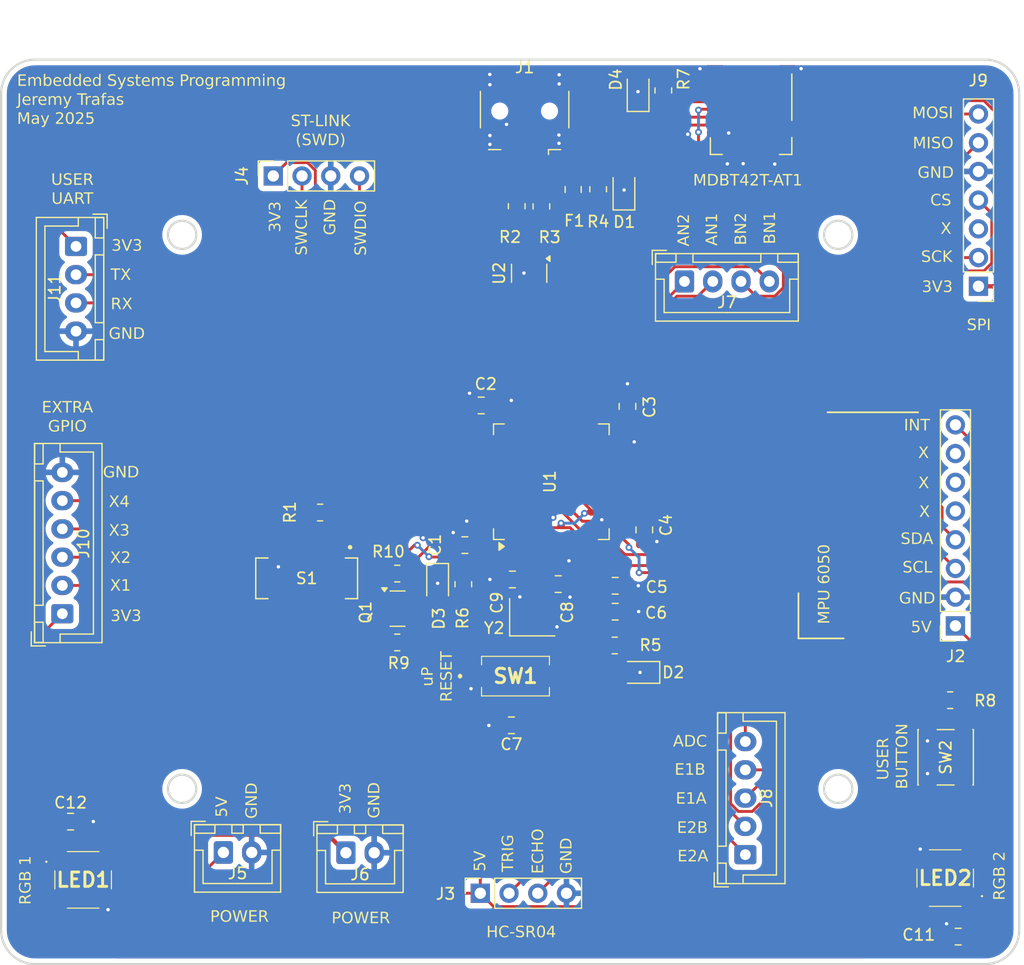
<source format=kicad_pcb>
(kicad_pcb (version 20241229) (generator "pcbnew") (generator_version "9.0")
  (layers (0 "F.Cu" signal) (2 "B.Cu" signal) (13 "F.Paste" user) (15 "B.Paste" user) (5 "F.SilkS" user "F.Silkscreen") (7 "B.SilkS" user "B.Silkscreen") (1 "F.Mask" user) (3 "B.Mask" user) (25 "Edge.Cuts" user))
  (net 0 "")
  (net 2 "/PS2_SCK")
  (net 3 "/PS2_MISO")
  (net 5 "/PS2_CS")
  (net 6 "/PS2_MOSI")
  (net 7 "Net-(U1-PA1)")
  (net 9 "/X4")
  (net 10 "/X3")
  (net 11 "/X1")
  (net 12 "/X2")
  (net 13 "/USER_TX")
  (net 16 "/USER_RX")
  (net 21 "/RESET")
  (net 28 "+3V3")
  (net 29 "GND")
  (net 33 "Net-(R1-Pad2)")
  (net 34 "/BOOT")
  (net 35 "/OSC_OUT")
  (net 36 "/OSC_IN")
  (net 37 "Net-(D1-A)")
  (net 39 "/D+")
  (net 40 "/D-")
  (net 41 "Net-(J1-VBUS)")
  (net 42 "/USB_CONN_D+")
  (net 43 "/USB_CONN_D-")
  (net 44 "Vusb")
  (net 45 "/USB_D+")
  (net 46 "/USB_D-")
  (net 47 "Net-(D2-A)")
  (net 48 "Net-(D3-A)")
  (net 49 "/USER_LED")
  (net 51 "+5V")
  (net 52 "/IMU_INT")
  (net 54 "/IMU_I2C_SCL")
  (net 56 "/IMU_I2C_SDA")
  (net 65 "Net-(D4-A)")
  (net 66 "/BL_WAKEUP")
  (net 67 "/BL_RX")
  (net 68 "/BL_TX")
  (net 69 "Net-(MDBT42T-AT1-INDICATOR)")
  (net 70 "/ULTRA_TRIG")
  (net 71 "/ULTRA_ECHO")
  (net 72 "/SWCLK")
  (net 73 "/SWDIO")
  (net 74 "/uBUTTON")
  (net 75 "/BN1")
  (net 76 "/AN1")
  (net 77 "/AN2")
  (net 78 "/BN2")
  (net 79 "/E2A")
  (net 80 "/E2B")
  (net 81 "/E1A")
  (net 82 "/E1B")
  (net 83 "/PWR_ADC")
  (net 84 "Net-(LED1-DOUT)")
  (net 85 "Net-(LED1-DIN)")
  (net 87 "/RGB_DIN")
  (footprint "Resistor_SMD:R_0805_2012Metric_Pad1.20x1.40mm_HandSolder" (layer "F.Cu") (at 137.68 42.715 -90)
    (property "Reference" "R2")
    (property "Value" "22")
  )
  (footprint "Package_QFP:LQFP-64_10x10mm_P0.5mm" (layer "F.Cu") (at 140.74 67.085 90)
    (property "Reference" "U1")
    (property "Value" "STM32F103RCTx")
  )
  (footprint "Resistor_SMD:R_0805_2012Metric_Pad1.20x1.40mm_HandSolder" (layer "F.Cu") (at 127.1175 81.3 180)
    (property "Reference" "R9")
    (property "Value" "10k")
  )
  (footprint "Resistor_SMD:R_0805_2012Metric_Pad1.20x1.40mm_HandSolder" (layer "F.Cu") (at 139.86 42.735 90)
    (property "Reference" "R3")
    (property "Value" "22")
  )
  (footprint "Capacitor_SMD:C_0805_2012Metric_Pad1.18x1.45mm_HandSolder" (layer "F.Cu") (at 98.2375 97.15)
    (property "Reference" "C12")
    (property "Value" "0.1uF")
  )
  (footprint "Connector_JST:JST_XH_B2B-XH-A_1x02_P2.50mm_Vertical" (layer "F.Cu") (at 122.58 99.9)
    (property "Reference" "J6")
    (property "Value" "CONN_3V3")
  )
  (footprint "Connector_PinHeader_2.54mm:PinHeader_1x07_P2.54mm_Vertical" (layer "F.Cu") (at 178.5 49.8 180)
    (property "Reference" "J9")
    (property "Value" "CONN_PS2")
  )
  (footprint "Connector_JST:JST_XH_B5B-XH-A_1x05_P2.50mm_Vertical" (layer "F.Cu") (at 157.89 100.07 90)
    (property "Reference" "J8")
    (property "Value" "CONN_HAL")
  )
  (footprint "Connector_PinSocket_2.54mm:PinSocket_1x08_P2.54mm_Vertical" (layer "F.Cu") (at 176.465 79.835 180)
    (property "Reference" "J2")
    (property "Value" "CONN_MPU6050")
  )
  (footprint "LED_SMD:LED_0805_2012Metric_Pad1.15x1.40mm_HandSolder" (layer "F.Cu") (at 148.41 32.475 90)
    (property "Reference" "D4")
    (property "Value" "BL_IND_LED")
  )
  (footprint "Package_TO_SOT_SMD:SOT-23" (layer "F.Cu") (at 127.1475 78.31)
    (property "Reference" "Q1")
    (property "Value" "BSS138")
  )
  (footprint "LED_SMD:LED_0805_2012Metric_Pad1.15x1.40mm_HandSolder" (layer "F.Cu") (at 130.69 76.18 -90)
    (property "Reference" "D3")
    (property "Value" "USER_LED")
  )
  (footprint "Resistor_SMD:R_0805_2012Metric_Pad1.20x1.40mm_HandSolder" (layer "F.Cu") (at 146.3475 81.57)
    (property "Reference" "R5")
    (property "Value" "10k")
  )
  (footprint "RGB_LED:INPI55TATPRPGPB" (layer "F.Cu") (at 99.35 102.3)
    (property "Reference" "LED1")
    (property "Value" "IN-PI55TATPRPGPB" (hide yes))
  )
  (footprint "Fuse:Fuse_0805_2012Metric_Pad1.15x1.40mm_HandSolder" (layer "F.Cu") (at 142.67 41.235 -90)
    (property "Reference" "F1")
    (property "Value" "PTCSMD")
  )
  (footprint "Capacitor_SMD:C_0805_2012Metric_Pad1.18x1.45mm_HandSolder" (layer "F.Cu") (at 137.3 75.73 180)
    (property "Reference" "C9")
    (property "Value" "22pF")
  )
  (footprint "Resistor_SMD:R_0805_2012Metric_Pad1.20x1.40mm_HandSolder" (layer "F.Cu") (at 127.1175 75.21 180)
    (property "Reference" "R10")
    (property "Value" "10k")
  )
  (footprint "Connector_PinSocket_2.54mm:PinSocket_1x04_P2.54mm_Vertical" (layer "F.Cu") (at 116.16 40.04 90)
    (property "Reference" "J4")
    (property "Value" "CONN_SWD")
  )
  (footprint "Resistor_SMD:R_0805_2012Metric_Pad1.20x1.40mm_HandSolder" (layer "F.Cu") (at 176 86.41)
    (property "Reference" "R8")
    (property "Value" "10k")
  )
  (footprint "Connector_JST:JST_XH_B4B-XH-A_1x04_P2.50mm_Vertical" (layer "F.Cu") (at 98.72 46.27 -90)
    (property "Reference" "J11")
    (property "Value" "CONN_UART")
  )
  (footprint "MDBT42T-AT:MDBT42T" (layer "F.Cu") (at 158.4 32.54)
    (property "Reference" "MDBT42T-AT1" (hide yes))
    (property "Value" "MDBT42T-AT" (hide yes))
  )
  (footprint "Capacitor_SMD:C_0805_2012Metric_Pad1.18x1.45mm_HandSolder" (layer "F.Cu") (at 134.54 60.34 180)
    (property "Reference" "C2")
    (property "Value" "0.1uF")
  )
  (footprint "Resistor_SMD:R_0805_2012Metric_Pad1.20x1.40mm_HandSolder" (layer "F.Cu") (at 132.96 76.15 -90)
    (property "Reference" "R6")
    (property "Value" "10k")
  )
  (footprint "Resistor_SMD:R_0805_2012Metric_Pad1.20x1.40mm_HandSolder" (layer "F.Cu") (at 150.64 32.475 90)
    (property "Reference" "R7")
    (property "Value" "10k")
  )
  (footprint "Capacitor_SMD:C_0805_2012Metric_Pad1.18x1.45mm_HandSolder" (layer "F.Cu") (at 148.96 71.34 -90)
    (property "Reference" "C4")
    (property "Value" "0.1uF")
  )
  (footprint "Package_TO_SOT_SMD:SOT-23-6" (layer "F.Cu") (at 138.78 48.6475 -90)
    (property "Reference" "U2")
    (property "Value" "USBLC6-2SC6")
  )
  (footprint "Capacitor_SMD:C_0805_2012Metric_Pad1.18x1.45mm_HandSolder" (layer "F.Cu") (at 146.39 76.29)
    (property "Reference" "C5")
    (property "Value" "0.1uF")
  )
  (footprint "Connector_PinSocket_2.54mm:PinSocket_1x04_P2.54mm_Vertical" (layer "F.Cu") (at 134.46 103.485 90)
    (property "Reference" "J3")
    (property "Value" "CONN_ULTRA")
  )
  (footprint "Connector_JST:JST_XH_B4B-XH-A_1x04_P2.50mm_Vertical" (layer "F.Cu") (at 152.51 49.37)
    (property "Reference" "J7")
    (property "Value" "CONN_DRIVE")
  )
  (footprint "Crystal:Crystal_SMD_Abracon_ABM8G-4Pin_3.2x2.5mm" (layer "F.Cu") (at 139.0525 79.07)
    (property "Reference" "Y2")
    (property "Value" "16MHz")
  )
  (footprint "SW_uP_Reset:SW_uP_Reset" (layer "F.Cu") (at 137.57 84.28)
    (property "Reference" "SW1")
    (property "Value" "SW_uP_Reset" (hide yes))
  )
  (footprint "Capacitor_SMD:C_0805_2012Metric_Pad1.18x1.45mm_HandSolder" (layer "F.Cu") (at 146.39 78.58)
    (property "Reference" "C6")
    (property "Value" "10uF")
  )
  (footprint "Connector_JST:JST_XH_B2B-XH-A_1x02_P2.50mm_Vertical" (layer "F.Cu") (at 111.75 99.875)
    (property "Reference" "J5")
    (property "Value" "CONN_5V")
  )
  (footprint "LED_SMD:LED_0805_2012Metric_Pad1.15x1.40mm_HandSolder" (layer "F.Cu") (at 148.4675 83.95 180)
    (property "Reference" "D2")
    (property "Value" "uP_PWR_LED")
  )
  (footprint "Capacitor_SMD:C_0805_2012Metric_Pad1.18x1.45mm_HandSolder" (layer "F.Cu") (at 133.1 72.69 180)
    (property "Reference" "C1")
    (property "Value" "0.1uF")
  )
  (footprint "RGB_LED:INPI55TATPRPGPB" (layer "F.Cu") (at 175.56 102.14 180)
    (property "Reference" "LED2")
    (property "Value" "IN-PI55TATPRPGPB" (hide yes))
  )
  (footprint "Capacitor_SMD:C_0805_2012Metric_Pad1.18x1.45mm_HandSolder" (layer "F.Cu") (at 141.35 76.14)
    (property "Reference" "C8")
    (property "Value" "22pF")
  )
  (footprint "Resistor_SMD:R_0805_2012Metric_Pad1.20x1.40mm_HandSolder" (layer "F.Cu") (at 120.3 69.81 180)
    (property "Reference" "R1")
    (property "Value" "10k")
  )
  (footprint "Connector_JST:JST_XH_B6B-XH-A_1x06_P2.50mm_Vertical" (layer "F.Cu") (at 97.51 78.76 90)
    (property "Reference" "J10")
    (property "Value" "CONN_TRACK")
  )
  (footprint "Capacitor_SMD:C_0805_2012Metric_Pad1.18x1.45mm_HandSolder" (layer "F.Cu") (at 147.47 60.42 90)
    (property "Reference" "C3")
    (property "Value" "0.1uF")
  )
  (footprint "Button_Switch_SMD:SW_SPST_PTS647_Sx50" (layer "F.Cu") (at 175.6 91.46 -90)
    (property "Reference" "SW2")
    (property "Value" "SW_USER")
  )
  (footprint "LED_SMD:LED_0805_2012Metric_Pad1.15x1.40mm_HandSolder" (layer "F.Cu") (at 147.16 41.185 90)
    (property "Reference" "D1")
    (property "Value" "USB_PWR_LED")
  )
  (footprint "SW_uP_Boot:SW_uP_Boot" (layer "F.Cu") (at 119.11 75.63 180)
    (property "Reference" "S1")
    (property "Value" "JS202011SCQN")
  )
  (footprint "Capacitor_SMD:C_0805_2012Metric_Pad1.18x1.45mm_HandSolder" (layer "F.Cu") (at 176.71 107.32 180)
    (property "Reference" "C11")
    (property "Value" "0.1uF")
  )
  (footprint "Connector_USB:USB_Mini-B_Lumberg_2486_01_Horizontal" (layer "F.Cu") (at 138.38 34.3 180)
    (property "Reference" "J1")
    (property "Value" "USB_B_Mini")
  )
  (footprint "Capacitor_SMD:C_0805_2012Metric_Pad1.18x1.45mm_HandSolder" (layer "F.Cu") (at 137.21 88.63 180)
    (property "Reference" "C7")
    (property "Value" "0.01uF")
  )
  (footprint "Resistor_SMD:R_0805_2012Metric_Pad1.20x1.40mm_HandSolder" (layer "F.Cu") (at 144.88 41.215 90)
    (property "Reference" "R4")
    (property "Value" "10k")
  )
  (gr_line (start 162.585 80.945) (end 166.585 80.945) (stroke (width 0.15)) (layer "F.SilkS"))
  (gr_line (start 162.585 80.945) (end 162.585 76.945) (stroke (width 0.15)) (layer "F.SilkS"))
  (gr_line (start 173.165 60.945) (end 165.165 60.945) (stroke (width 0.15)) (layer "F.SilkS"))
  (gr_arc (start 179.1 29.750001) (mid 181.22132 30.628681) (end 182.1 32.750001) (stroke (width 0.2)) (layer "Edge.Cuts"))
  (gr_arc (start 182.1 106.750001) (mid 181.22132 108.871321) (end 179.1 109.750001) (stroke (width 0.2)) (layer "Edge.Cuts"))
  (gr_line (start 179.1 29.750001) (end 95.100001 29.750001) (stroke (width 0.2)) (layer "Edge.Cuts"))
  (gr_circle (center 108.1 94.250001) (end 109.35 94.250001) (stroke (width 0.2)) (fill no) (layer "Edge.Cuts"))
  (gr_circle (center 108.1 45.250001) (end 109.35 45.250001) (stroke (width 0.2)) (fill no) (layer "Edge.Cuts"))
  (gr_line (start 179.1 109.750001) (end 95.100001 109.750001) (stroke (width 0.2)) (layer "Edge.Cuts"))
  (gr_arc (start 95.100001 109.750001) (mid 92.97868 108.871321) (end 92.1 106.75) (stroke (width 0.2)) (layer "Edge.Cuts"))
  (gr_arc (start 92.1 32.750002) (mid 92.97868 30.628681) (end 95.100001 29.750001) (stroke (width 0.2)) (layer "Edge.Cuts"))
  (gr_line (start 182.1 106.750001) (end 182.1 32.750001) (stroke (width 0.2)) (layer "Edge.Cuts"))
  (gr_circle (center 166.1 94.250001) (end 167.35 94.250001) (stroke (width 0.2)) (fill no) (layer "Edge.Cuts"))
  (gr_circle (center 166.1 45.250001) (end 167.35 45.250001) (stroke (width 0.2)) (fill no) (layer "Edge.Cuts"))
  (gr_line (start 92.1 106.75) (end 92.1 32.750002) (stroke (width 0.2)) (layer "Edge.Cuts"))
  (gr_text "5V" (at 111.65 95.84 90) (layer "F.SilkS") (effects (font (size 1 1))))
  (gr_text "X2" (at 102.65 73.85 0) (layer "F.SilkS") (effects (font (size 1 1))))
  (gr_text "ECHO" (at 139.6 99.77 90) (layer "F.SilkS") (effects (font (size 1 1))))
  (gr_text "E1B" (at 153 92.59 0) (layer "F.SilkS") (effects (font (size 1 1))))
  (gr_text "AN1" (at 154.98 44.77 90) (layer "F.SilkS") (effects (font (size 1 1))))
  (gr_text "X" (at 173.73 69.78 0) (layer "F.SilkS") (effects (font (size 1 1))))
  (gr_text "GND" (at 121.22 43.68 90) (layer "F.SilkS") (effects (font (size 1 1))))
  (gr_text "MOSI" (at 174.46 34.51 0) (layer "F.SilkS") (effects (font (size 1 1))))
  (gr_text "3V3" (at 103.22 46.24 0) (layer "F.SilkS") (effects (font (size 1 1))))
  (gr_text "E2A" (at 153.25 100.25 0) (layer "F.SilkS") (effects (font (size 1 1))))
  (gr_text "TX" (at 102.68 48.82 0) (layer "F.SilkS") (effects (font (size 1 1))))
  (gr_text "GND" (at 103.21 54.03 0) (layer "F.SilkS") (effects (font (size 1 1))))
  (gr_text "HC-SR04" (at 138.08 106.96 0) (layer "F.SilkS") (effects (font (size 1 1))))
  (gr_text "3V3" (at 116.37 43.65 90) (layer "F.SilkS") (effects (font (size 1 1))))
  (gr_text "E1A" (at 153.1 95.15 0) (layer "F.SilkS") (effects (font (size 1 1))))
  (gr_text "X" (at 175.63 44.74 0) (layer "F.SilkS") (effects (font (size 1 1))))
  (gr_text "RX" (at 102.75 51.41 0) (layer "F.SilkS") (effects (font (size 1 1))))
  (gr_text "X4" (at 102.54 68.9 0) (layer "F.SilkS") (effects (font (size 1 1))))
  (gr_text "SCL" (at 173.1 74.7 0) (layer "F.SilkS") (effects (font (size 1 1))))
  (gr_text "SDA" (at 173.06 72.18 0) (layer "F.SilkS") (effects (font (size 1 1))))
  (gr_text "POWER" (at 123.9 105.72 0) (layer "F.SilkS") (effects (font (size 1 1))))
  (gr_text "GND" (at 125.12 95.26 90) (layer "F.SilkS") (effects (font (size 1 1))))
  (gr_text "3V3" (at 174.86 49.89 0) (layer "F.SilkS") (effects (font (size 1 1))))
  (gr_text "GND" (at 114.29 95.3 90) (layer "F.SilkS") (effects (font (size 1 1))))
  (gr_text "3V3" (at 103.14 79 0) (layer "F.SilkS") (effects (font (size 1 1))))
  (gr_text "MPU 6050" (at 165.485 79.685 90) (layer "F.SilkS") (effects (font (size 1 1)) (justify left bottom)))
  (gr_text "ADC" (at 153 90.09 0) (layer "F.SilkS") (effects (font (size 1 1))))
  (gr_text "uP \nRESET " (at 130.68 84.1 90) (layer "F.SilkS") (effects (font (size 1 1))))
  (gr_text "RGB 1" (at 94.29 102.33 90) (layer "F.SilkS") (effects (font (size 1 1))))
  (gr_text "5V" (at 173.45 79.99 0) (layer "F.SilkS") (effects (font (size 1 1))))
  (gr_text "INT" (at 173.06 62.13 0) (layer "F.SilkS") (effects (font (size 1 1))))
  (gr_text "SWDIO" (at 123.94 44.66 90) (layer "F.SilkS") (effects (font (size 1 1))))
  (gr_text "GND" (at 173.08 77.44 0) (layer "F.SilkS") (effects (font (size 1 1))))
  (gr_text "3V3" (at 122.58 95.11 90) (layer "F.SilkS") (effects (font (size 1 1))))
  (gr_text "SCK" (at 174.81 47.23 0) (layer "F.SilkS") (effects (font (size 1 1))))
  (gr_text "USER\nUART" (at 98.4 41.25 0) (layer "F.SilkS") (effects (font (size 1 1))))
  (gr_text "TRIG" (at 136.95 99.95 90) (layer "F.SilkS") (effects (font (size 1 1))))
  (gr_text "EXTRA\nGPIO" (at 97.96 61.39 0) (layer "F.SilkS") (effects (font (size 1 1))))
  (gr_text "GND\n" (at 174.72 39.79 0) (layer "F.SilkS") (effects (font (size 1 1))))
  (gr_text "GND" (at 102.7 66.29 0) (layer "F.SilkS") (effects (font (size 1 1))))
  (gr_text "X3" (at 102.54 71.44 0) (layer "F.SilkS") (effects (font (size 1 1))))
  (gr_text "X1" (at 102.65 76.31 0) (layer "F.SilkS") (effects (font (size 1 1))))
  (gr_text "X" (at 173.66 67.24 0) (layer "F.SilkS") (effects (font (size 1 1))))
  (gr_text "CS" (at 175.17 42.23 0) (layer "F.SilkS") (effects (font (size 1 1))))
  (gr_text "USER \nBUTTON" (at 170.95 91.37 90) (layer "F.SilkS") (effects (font (size 1 1))))
  (gr_text "BN1" (at 160.1 44.63 90) (layer "F.SilkS") (effects (font (size 1 1))))
  (gr_text "MISO" (at 174.49 37.18 0) (layer "F.SilkS") (effects (font (size 1 1))))
  (gr_text "X" (at 173.64 64.57 0) (layer "F.SilkS") (effects (font (size 1 1))))
  (gr_text "SPI" (at 178.54 53.26 0) (layer "F.SilkS") (effects (font (size 1 1))))
  (gr_text "MDBT42T-AT1" (at 158.1 40.47 0) (layer "F.SilkS") (effects (font (size 1 1))))
  (gr_text "GND" (at 142.11 100.17 90) (layer "F.SilkS") (effects (font (size 1 1))))
  (gr_text "AN2" (at 152.49 44.83 90) (layer "F.SilkS") (effects (font (size 1 1))))
  (gr_text "Embedded Systems Programming\nJeremy Trafas\nMay 2025" (at 93.5 35.6 0) (layer "F.SilkS") (effects (font (size 1 1) (thickness 0.1)) (justify left bottom)))
  (gr_text "SWCLK" (at 118.71 44.6 90) (layer "F.SilkS") (effects (font (size 1 1))))
  (gr_text "ST-LINK\n(SWD)" (at 120.34 36.06 0) (layer "F.SilkS") (effects (font (size 1 1))))
  (gr_text "5V" (at 134.48 100.64 90) (layer "F.SilkS") (effects (font (size 1 1))))
  (gr_text "POWER" (at 113.17 105.59 0) (layer "F.SilkS") (effects (font (size 1 1))))
  (gr_text "RGB 2" (at 180.4 101.94 90) (layer "F.SilkS") (effects (font (size 1 1))))
  (gr_text "E2B" (at 153.21 97.73 0) (layer "F.SilkS") (effects (font (size 1 1))))
  (gr_text "BN2" (at 157.54 44.72 90) (layer "F.SilkS") (effects (font (size 1 1))))
  (segment (start 143.99 60.463872) (end 152.293872 52.16) (width 0.254) (layer "F.Cu") (net 2))
  (segment (start 143.99 61.41) (end 143.99 60.463872) (width 0.254) (layer "F.Cu") (net 2))
  (segment (start 169.5 47.25) (end 169.51 47.26) (width 0.254) (layer "F.Cu") (net 2))
  (segment (start 164.59 52.16) (end 169.5 47.25) (width 0.254) (layer "F.Cu") (net 2))
  (segment (start 169.51 47.26) (end 178.5 47.26) (width 0.254) (layer "F.Cu") (net 2))
  (segment (start 152.293872 52.16) (end 164.59 52.16) (width 0.254) (layer "F.Cu") (net 2))
  (segment (start 163.895 51.705) (end 178.5 37.1) (width 0.254) (layer "F.Cu") (net 3))
  (segment (start 143.49 60.320404) (end 152.105404 51.705) (width 0.254) (layer "F.Cu") (net 3))
  (segment (start 152.105404 51.705) (end 163.895 51.705) (width 0.254) (layer "F.Cu") (net 3))
  (segment (start 143.49 61.41) (end 143.49 60.320404) (width 0.254) (layer "F.Cu") (net 3))
  (segment (start 179.678 47.747944) (end 178.987944 48.438) (width 0.254) (layer "F.Cu") (net 5))
  (segment (start 164.527944 60.542) (end 145.358 60.542) (width 0.254) (layer "F.Cu") (net 5))
  (segment (start 176.631944 48.438) (end 164.527944 60.542) (width 0.254) (layer "F.Cu") (net 5))
  (segment (start 178.987944 48.438) (end 176.631944 48.438) (width 0.254) (layer "F.Cu") (net 5))
  (segment (start 178.5 42.18) (end 179.678 43.358) (width 0.254) (layer "F.Cu") (net 5))
  (segment (start 145.358 60.542) (end 144.49 61.41) (width 0.254) (layer "F.Cu") (net 5))
  (segment (start 179.678 43.358) (end 179.678 47.747944) (width 0.254) (layer "F.Cu") (net 5))
  (segment (start 173.75 34.5) (end 173.81 34.56) (width 0.254) (layer "F.Cu") (net 6))
  (segment (start 170.25 43.755895) (end 170.25 36.5) (width 0.254) (layer "F.Cu") (net 6))
  (segment (start 142.99 61.41) (end 142.99 60.176936) (width 0.254) (layer "F.Cu") (net 6))
  (segment (start 173.81 34.56) (end 178.5 34.56) (width 0.254) (layer "F.Cu") (net 6))
  (segment (start 170.25 36.5) (end 172.25 34.5) (width 0.254) (layer "F.Cu") (net 6))
  (segment (start 172.25 34.5) (end 173.75 34.5) (width 0.254) (layer "F.Cu") (net 6))
  (segment (start 142.99 60.176936) (end 151.916936 51.25) (width 0.254) (layer "F.Cu") (net 6))
  (segment (start 151.916936 51.25) (end 162.755895 51.25) (width 0.254) (layer "F.Cu") (net 6))
  (segment (start 162.755895 51.25) (end 170.25 43.755895) (width 0.254) (layer "F.Cu") (net 6))
  (segment (start 143.99 72.76) (end 144.49 72.76) (width 0.254) (layer "F.Cu") (net 7))
  (segment (start 107.49 68.76) (end 110.915 65.335) (width 0.254) (layer "F.Cu") (net 9))
  (segment (start 110.915 65.335) (end 135.065 65.335) (width 0.254) (layer "F.Cu") (net 9))
  (segment (start 97.51 68.76) (end 107.49 68.76) (width 0.254) (layer "F.Cu") (net 9))
  (segment (start 112.974999 66.025) (end 107.74 71.26) (width 0.254) (layer "F.Cu") (net 10))
  (segment (start 113.165 65.835) (end 112.974999 66.025) (width 0.254) (layer "F.Cu") (net 10))
  (segment (start 113.164999 65.835) (end 135.065 65.835) (width 0.254) (layer "F.Cu") (net 10))
  (segment (start 107.74 71.26) (end 97.51 71.26) (width 0.254) (layer "F.Cu") (net 10))
  (segment (start 112.974999 66.025) (end 113.164999 65.835) (width 0.254) (layer "F.Cu") (net 10))
  (segment (start 108.49 76.26) (end 97.51 76.26) (width 0.254) (layer "F.Cu") (net 11))
  (segment (start 131.1 68.150001) (end 132.415001 66.835) (width 0.254) (layer "F.Cu") (net 11))
  (segment (start 108.49 76.26) (end 116.599999 68.150001) (width 0.254) (layer "F.Cu") (net 11))
  (segment (start 132.415001 66.835) (end 135.065 66.835) (width 0.254) (layer "F.Cu") (net 11))
  (segment (start 116.599999 68.150001) (end 131.1 68.150001) (width 0.254) (layer "F.Cu") (net 11))
  (segment (start 114.149999 67.350001) (end 123.4 67.350001) (width 0.254) (layer "F.Cu") (net 12))
  (segment (start 107.74 73.76) (end 97.51 73.76) (width 0.254) (layer "F.Cu") (net 12))
  (segment (start 107.74 73.76) (end 114.149999 67.350001) (width 0.254) (layer "F.Cu") (net 12))
  (segment (start 124.415001 66.335) (end 135.065 66.335) (width 0.254) (layer "F.Cu") (net 12))
  (segment (start 123.4 67.350001) (end 124.415001 66.335) (width 0.254) (layer "F.Cu") (net 12))
  (segment (start 117.019999 48.77) (end 132.584999 64.335) (width 0.254) (layer "F.Cu") (net 13))
  (segment (start 132.584999 64.335) (end 135.065 64.335) (width 0.254) (layer "F.Cu") (net 13))
  (segment (start 98.72 48.77) (end 117.019999 48.77) (width 0.254) (layer "F.Cu") (net 13))
  (segment (start 116.819999 51.27) (end 130.384999 64.835) (width 0.254) (layer "F.Cu") (net 16))
  (segment (start 98.72 51.27) (end 116.819999 51.27) (width 0.254) (layer "F.Cu") (net 16))
  (segment (start 130.384999 64.835) (end 135.065 64.835) (width 0.254) (layer "F.Cu") (net 16))
  (segment (start 98.72 51.47) (end 98.72 51.27) (width 0.254) (layer "F.Cu") (net 16))
  (segment (start 141.980936 83.219064) (end 141.980936 77.769063) (width 0.254) (layer "F.Cu") (net 21))
  (segment (start 139.99 73.607008) (end 139.99 72.76) (width 0.254) (layer "F.Cu") (net 21))
  (segment (start 141.228 74.845008) (end 139.99 73.607008) (width 0.254) (layer "F.Cu") (net 21))
  (segment (start 141.980936 77.769063) (end 141.228 77.016127) (width 0.254) (layer "F.Cu") (net 21))
  (segment (start 141.228 77.016127) (end 141.228 74.845008) (width 0.254) (layer "F.Cu") (net 21))
  (segment (start 138.2475 88.63) (end 138.2475 86.9525) (width 0.254) (layer "F.Cu") (net 21))
  (segment (start 138.2475 86.9525) (end 140.92 84.28) (width 0.254) (layer "F.Cu") (net 21))
  (segment (start 140.92 84.28) (end 141.980936 83.219064) (width 0.254) (layer "F.Cu") (net 21))
  (segment (start 141.595001 66.950001) (end 144.247501 69.6025) (width 0.254) (layer "F.Cu") (net 28))
  (segment (start 157.277056 96.248) (end 156.587 95.557944) (width 0.254) (layer "F.Cu") (net 28))
  (segment (start 147.295 63.335) (end 147.47 63.16) (width 0.254) (layer "F.Cu") (net 28))
  (segment (start 180.133 34.527055) (end 180.077973 34.472028) (width 0.254) (layer "F.Cu") (net 28))
  (segment (start 114.7 76.8) (end 117.69 76.8) (width 0.254) (layer "F.Cu") (net 28))
  (segment (start 136.6 71.750001) (end 137.2 71.150001) (width 0.254) (layer "F.Cu") (net 28))
  (segment (start 133.78 71.21) (end 133.78 72.3325) (width 0.254) (layer "F.Cu") (net 28))
  (segment (start 128.9 72.7) (end 128.6275 72.7) (width 0.254) (layer "F.Cu") (net 28))
  (segment (start 141.8 71.150001) (end 141.8 70.950001) (width 0.254) (layer "F.Cu") (net 28))
  (segment (start 96.45 44.600001) (end 97.050001 44.600001) (width 0.254) (layer "F.Cu") (net 28))
  (segment (start 144.2 69.950001) (end 144.364999 69.950001) (width 0.254) (layer "F.Cu") (net 28))
  (segment (start 145.3525 78.58) (end 145.3525 76.29) (width 0.508) (layer "F.Cu") (net 28))
  (segment (start 96 80.27) (end 97.51 78.76) (width 0.254) (layer "F.Cu") (net 28))
  (segment (start 135.6475 60.27) (end 135.5775 60.34) (width 0.254) (layer "F.Cu") (net 28))
  (segment (start 148.4925 69.835) (end 148.96 70.3025) (width 0.254) (layer "F.Cu") (net 28))
  (segment (start 146.415 69.835) (end 145.38 69.835) (width 0.254) (layer "F.Cu") (net 28))
  (segment (start 141.8 70.950001) (end 141.6 70.750001) (width 0.254) (layer "F.Cu") (net 28))
  (segment (start 107.02 98.3) (end 120.98 98.3) (width 0.381) (layer "F.Cu") (net 28))
  (segment (start 110.75 80.75) (end 114.7 76.8) (width 0.254) (layer "F.Cu") (net 28))
  (segment (start 94.9 46.150001) (end 96.45 44.600001) (width 0.254) (layer "F.Cu") (net 28))
  (segment (start 147.47 63.16) (end 147.47 61.4575) (width 0.254) (layer "F.Cu") (net 28))
  (segment (start 117.338 38.862) (end 116.16 40.04) (width 0.254) (layer "F.Cu") (net 28))
  (segment (start 94.9 79.350001) (end 94.9 46.150001) (width 0.254) (layer "F.Cu") (net 28))
  (segment (start 170.492501 61.4575) (end 180.133 51.817001) (width 0.254) (layer "F.Cu") (net 28))
  (segment (start 144.171622 69.878379) (end 144.347501 69.7025) (width 0.254) (layer "F.Cu") (net 28))
  (segment (start 144.247501 69.6025) (end 144.347501 69.7025) (width 0.254) (layer "F.Cu") (net 28))
  (segment (start 133.0845 73.743) (end 129.943 73.743) (width 0.254) (layer "F.Cu") (net 28))
  (segment (start 119.878 39.552056) (end 119.187944 38.862) (width 0.254) (layer "F.Cu") (net 28))
  (segment (start 142.99 71.740001) (end 142.99 72.76) (width 0.254) (layer "F.Cu") (net 28))
  (segment (start 121.61 72.88) (end 123.7875 72.88) (width 0.254) (layer "F.Cu") (net 28))
  (segment (start 143.671622 69.878379) (end 144.171622 69.878379) (width 0.254) (layer "F.Cu") (net 28))
  (segment (start 141.6 71.150001) (end 141.8 71.150001) (width 0.254) (layer "F.Cu") (net 28))
  (segment (start 113.7 37.850001) (end 118.175945 37.850001) (width 0.254) (layer "F.Cu") (net 28))
  (segment (start 100.6585 101.5915) (end 100.6585 98.0415) (width 0.381) (layer "F.Cu") (net 28))
  (segment (start 141.4 70.950001) (end 141.6 70.750001) (width 0.254) (layer "F.Cu") (net 28))
  (segment (start 136.99 61.41) (end 136.99 63.440001) (width 0.254) (layer "F.Cu") (net 28))
  (segment (start 144.128378 69.878379) (end 144.2 69.950001) (width 0.254) (layer "F.Cu") (net 28))
  (segment (start 136.66 60.27) (end 135.6475 60.27) (width 0.254) (layer "F.Cu") (net 28))
  (segment (start 136.99 61.41) (end 136.99 60.6) (width 0.254) (layer "F.Cu") (net 28))
  (segment (start 142.4 71.150001) (end 142.99 71.740001) (width 0.254) (layer "F.Cu") (net 28))
  (segment (start 180.077973 34.472028) (end 178.987944 33.382) (width 0.254) (layer "F.Cu") (net 28))
  (segment (start 110.75 80.75) (end 96.300001 80.75) (width 0.254) (layer "F.Cu") (net 28))
  (segment (start 117.69 76.8) (end 121.61 72.88) (width 0.254) (layer "F.Cu") (net 28))
  (segment (start 96.300001 80.75) (end 96.3 80.750001) (width 0.254) (layer "F.Cu") (net 28))
  (segment (start 144.93 69.385) (end 144.48 69.835) (width 0.254) (layer "F.Cu") (net 28))
  (segment (start 142.99 73.9275) (end 145.3525 76.29) (width 0.254) (layer "F.Cu") (net 28))
  (segment (start 126.1175 77.2675) (end 126.21 77.36) (width 0.254) (layer "F.Cu") (net 28))
  (segment (start 145.155 63.335) (end 144.93 63.56) (width 0.254) (layer "F.Cu") (net 28))
  (segment (start 96.3 80.750001) (end 96 80.450001) (width 0.254) (layer "F.Cu") (net 28))
  (segment (start 123.7875 72.88) (end 126.1175 75.21) (width 0.254) (layer "F.Cu") (net 28))
  (segment (start 136.99 60.6) (end 136.66 60.27) (width 0.254) (layer "F.Cu") (net 28))
  (segment (start 159.8 35.784) (end 159.8 37.74) (width 0.254) (layer "F.Cu") (net 28))
  (segment (start 144.364999 69.950001) (end 144.48 69.835) (width 0.254) (layer "F.Cu") (net 28))
  (segment (start 144.347501 69.7025) (end 144.48 69.835) (width 0.254) (layer "F.Cu") (net 28))
  (segment (start 133.78 72.3325) (end 134.1375 72.69) (width 0.254) (layer "F.Cu") (net 28))
  (segment (start 180.133 50.150001) (end 180.133 34.527055) (width 0.254) (layer "F.Cu") (net 28))
  (segment (start 97.050001 44.600001) (end 98.72 46.27) (width 0.254) (layer "F.Cu") (net 28))
  (segment (start 137.2 71.150001) (end 141.4 71.150001) (width 0.254) (layer "F.Cu") (net 28))
  (segment (start 144.247501 69.6025) (end 144.1 69.6025) (width 0.254) (layer "F.Cu") (net 28))
  (segment (start 141.6 71.150001) (end 141.6 70.750001) (width 0.254) (layer "F.Cu") (net 28))
  (segment (start 143.824121 69.878379) (end 144.1 69.6025) (width 0.254) (layer "F.Cu") (net 28))
  (segment (start 102 39.050001) (end 112.5 39.050001) (width 0.254) (layer "F.Cu") (net 28))
  (segment (start 180.133 51.817001) (end 180.133 50.150001) (width 0.254) (layer "F.Cu") (net 28))
  (segment (start 103.7285 101.5915) (end 100.6585 101.5915) (width 0.381) (layer "F.Cu") (net 28))
  (segment (start 112.5 39.050001) (end 113.7 37.850001) (width 0.254) (layer "F.Cu") (net 28))
  (segment (start 100.6585 98.0415) (end 110.75 87.95) (width 0.381) (layer "F.Cu") (net 28))
  (segment (start 128.6275 72.7) (end 126.1175 75.21) (width 0.254) (layer "F.Cu") (net 28))
  (segment (start 96 80.450001) (end 96 80.27) (width 0.254) (layer "F.Cu") (net 28))
  (segment (start 129.943 73.743) (end 129.918356 73.718356) (width 0.254) (layer "F.Cu") (net 28))
  (segment (start 162.202 33.382) (end 159.8 35.784) (width 0.254) (layer "F.Cu") (net 28))
  (segment (start 144.93 63.56) (end 144.93 69.385) (width 0.254) (layer "F.Cu") (net 28))
  (segment (start 179.782999 49.8) (end 180.133 50.150001) (width 0.381) (layer "F.Cu") (net 28))
  (segment (start 141.4 71.150001) (end 141.4 70.950001) (width 0.254) (layer "F.Cu") (net 28))
  (segment (start 140.5 66.950001) (end 141.595001 66.950001) (width 0.254) (layer "F.Cu") (net 28))
  (segment (start 143.671622 69.878379) (end 144.128378 69.878379) (width 0.254) (layer "F.Cu") (net 28))
  (segment (start 180.133 34.527056) (end 180.077973 34.472028) (width 0.254) (layer "F.Cu") (net 28))
  (segment (start 143.671622 69.878379) (end 143.824121 69.878379) (width 0.254) (layer "F.Cu") (net 28))
  (segment (start 156.587 77.9295) (end 148.96 70.3025) (width 0.254) (layer "F.Cu") (net 28))
  (segment (start 147.47 61.4575) (end 170.492501 61.4575) (width 0.254) (layer "F.Cu") (net 28))
  (segment (start 119.187944 38.862) (end 117.338 38.862) (width 0.254) (layer "F.Cu") (net 28))
  (segment (start 142.99 72.76) (end 142.99 73.9275) (width 0.254) (layer "F.Cu") (net 28))
  (segment (start 145.3475 78.585) (end 145.3525 78.58) (width 0.508) (layer "F.Cu") (net 28))
  (segment (start 135.065 70.835) (end 135.980001 71.750001) (width 0.254) (layer "F.Cu") (net 28))
  (segment (start 145.3475 81.57) (end 145.3475 78.585) (width 0.508) (layer "F.Cu") (net 28))
  (segment (start 141.4 71.150001) (end 141.6 71.150001) (width 0.254) (layer "F.Cu") (net 28))
  (segment (start 168.340944 86.41) (end 158.502944 96.248) (width 0.254) (layer "F.Cu") (net 28))
  (segment (start 135.5775 60.34) (end 119.878 44.6405) (width 0.254) (layer "F.Cu") (net 28))
  (segment (start 96.45 44.600001) (end 102 39.050001) (width 0.254) (layer "F.Cu") (net 28))
  (segment (start 110.75 87.95) (end 110.75 80.75) (width 0.381) (layer "F.Cu") (net 28))
  (segment (start 178.987944 33.382) (end 162.202 33.382) (width 0.254) (layer "F.Cu") (net 28))
  (segment (start 134.155 70.835) (end 133.78 71.21) (width 0.254) (layer "F.Cu") (net 28))
  (segment (start 136.99 63.440001) (end 140.5 66.950001) (width 0.254) (layer "F.Cu") (net 28))
  (segment (start 146.415 69.835) (end 148.4925 69.835) (width 0.254) (layer "F.Cu") (net 28))
  (segment (start 146.415 63.335) (end 147.295 63.335) (width 0.254) (layer "F.Cu") (net 28))
  (segment (start 134.1375 72.69) (end 133.0845 73.743) (width 0.254) (layer "F.Cu") (net 28))
  (segment (start 178.5 49.8) (end 179.782999 49.8) (width 0.381) (layer "F.Cu") (net 28))
  (segment (start 158.502944 96.248) (end 157.277056 96.248) (width 0.254) (layer "F.Cu") (net 28))
  (segment (start 135.980001 71.750001) (end 136.6 71.750001) (width 0.254) (layer "F.Cu") (net 28))
  (segment (start 118.175945 37.850001) (end 119.187944 38.862) (width 0.254) (layer "F.Cu") (net 28))
  (segment (start 175 86.41) (end 168.340944 86.41) (width 0.254) (layer "F.Cu") (net 28))
  (segment (start 145.38 69.835) (end 144.93 69.385) (width 0.254) (layer "F.Cu") (net 28))
  (segment (start 119.878 44.6405) (end 119.878 39.552056) (width 0.254) (layer "F.Cu") (net 28))
  (segment (start 135.065 70.835) (end 134.155 70.835) (width 0.254) (layer "F.Cu") (net 28))
  (segment (start 146.415 63.335) (end 145.155 63.335) (width 0.254) (layer "F.Cu") (net 28))
  (segment (start 126.1175 75.21) (end 126.1175 77.2675) (width 0.254) (layer "F.Cu") (net 28))
  (segment (start 156.587 95.557944) (end 156.587 77.9295) (width 0.254) (layer "F.Cu") (net 28))
  (segment (start 120.98 98.3) (end 122.58 99.9) (width 0.381) (layer "F.Cu") (net 28))
  (segment (start 96 80.450001) (end 94.9 79.350001) (width 0.254) (layer "F.Cu") (net 28))
  (segment (start 141.8 71.150001) (end 142.4 71.150001) (width 0.254) (layer "F.Cu") (net 28))
  (segment (start 103.7285 101.5915) (end 107.02 98.3) (width 0.381) (layer "F.Cu") (net 28))
  (via (at 141.6 70.750001) (size 0.6) (drill 0.3) (layers "F.Cu" "B.Cu") (net 28))
  (via (at 128.9 72.7) (size 0.6) (drill 0.3) (layers "F.Cu" "B.Cu") (net 28))
  (via (at 129.918356 73.718356) (size 0.6) (drill 0.3) (layers "F.Cu" "B.Cu") (net 28))
  (via (at 143.671622 69.878379) (size 0.6) (drill 0.3) (layers "F.Cu" "B.Cu") (net 28))
  (segment (start 142.8 70.750001) (end 143.671622 69.878379) (width 0.254) (layer "B.Cu") (net 28))
  (segment (start 129.918356 73.718356) (end 128.9 72.7) (width 0.254) (layer "B.Cu") (net 28))
  (segment (start 141.6 70.750001) (end 142.8 70.750001) (width 0.254) (layer "B.Cu") (net 28))
  (segment (start 137.96 77.27) (end 137.96 78.2125) (width 0.508) (layer "F.Cu") (net 29))
  (segment (start 148.43 76.28) (end 147.4375 76.28) (width 0.508) (layer "F.Cu") (net 29))
  (segment (start 173.36 99.59) (end 173.35 99.58) (width 0.508) (layer "F.Cu") (net 29))
  (segment (start 135.31 75.73) (end 136.2625 75.73) (width 0.508) (layer "F.Cu") (net 29))
  (segment (start 160.5 38.98) (end 160.49 38.99) (width 0.381) (layer "F.Cu") (net 29))
  (segment (start 175.6725 106.1875) (end 175.68 106.18) (width 0.508) (layer "F.Cu") (net 29))
  (segment (start 100.24 97.15) (end 100.25 97.14) (width 0.508) (layer "F.Cu") (net 29))
  (segment (start 135.065 70.335) (end 133.495 70.335) (width 0.254) (layer "F.Cu") (net 29))
  (segment (start 174 88.835) (end 174 90) (width 0.508) (layer "F.Cu") (net 29))
  (segment (start 160.5 37.74) (end 160.5 38.98) (width 0.381) (layer "F.Cu") (net 29))
  (segment (start 173.36 100.54) (end 173.36 99.59) (width 0.508) (layer "F.Cu") (net 29))
  (segment (start 137.96 78.2125) (end 137.9525 78.22) (width 0.508) (layer "F.Cu") (net 29))
  (segment (start 147.4375 78.57) (end 147.4275 78.58) (width 0.508) (layer "F.Cu") (net 29))
  (segment (start 141.24 79.92) (end 140.1525 79.92) (width 0.508) (layer "F.Cu") (net 29))
  (segment (start 136.1725 88.63) (end 135.23 88.63) (width 0.508) (layer "F.Cu") (net 29))
  (segment (start 138.78 48.17) (end 138.32 48.63) (width 0.254) (layer "F.Cu") (net 29))
  (segment (start 148.41 33.5) (end 148.41 32.595) (width 0.508) (layer "F.Cu") (net 29))
  (segment (start 138.78 47.51) (end 138.78 48.17) (width 0.254) (layer "F.Cu") (net 29))
  (segment (start 135.23 88.63) (end 135.22 88.64) (width 0.508) (layer "F.Cu") (net 29))
  (segment (start 133.51 60.3325) (end 133.5025 60.34) (width 0.508) (layer "F.Cu") (net 29))
  (segment (start 137.49 61.41) (end 137.49 60.18) (width 0.254) (layer "F.Cu") (net 29))
  (segment (start 133.495 70.335) (end 133.26 70.57) (width 0.254) (layer "F.Cu") (net 29))
  (segment (start 142.39 76.1425) (end 142.3875 76.14) (width 0.508) (layer "F.Cu") (net 29))
  (segment (start 137.49 60.18) (end 137.2 59.89) (width 0.254) (layer "F.Cu") (net 29))
  (segment (start 132.07 71.58) (end 132.07 72.6825) (width 0.508) (layer "F.Cu") (net 29))
  (segment (start 146.415 63.835) (end 147.795 63.835) (width 0.254) (layer "F.Cu") (net 29))
  (segment (start 132.07 72.6825) (end 132.0625 72.69) (width 0.508) (layer "F.Cu") (net 29))
  (segment (start 155.2 30.54) (end 155.18 30.56) (width 0.381) (layer "F.Cu") (net 29))
  (segment (start 147.795 63.835) (end 148.07 63.56) (width 0.254) (layer "F.Cu") (net 29))
  (segment (start 133.64 85.39) (end 133.64 84.86) (width 0.508) (layer "F.Cu") (net 29))
  (segment (start 174 94.085) (end 174 92.9) (width 0.508) (layer "F.Cu") (net 29))
  (segment (start 136.78 37) (end 136.78 35.48) (width 0.381) (layer "F.Cu") (net 29))
  (segment (start 116.61 74.61) (end 116.61 72.88) (width 0.508) (layer "F.Cu") (net 29))
  (segment (start 155.2 36.24) (end 156.42 36.24) (width 0.381) (layer "F.Cu") (net 29))
  (segment (start 155.18 30.56) (end 153.88 30.56) (width 0.381) (layer "F.Cu") (net 29))
  (segment (start 147.17 42.2) (end 147.16 42.21) (width 0.508) (layer "F.Cu") (net 29))
  (segment (start 174 90) (end 173.99 90.01) (width 0.508) (layer "F.Cu") (net 29))
  (segment (start 142.39 77.29) (end 142.39 76.1425) (width 0.508) (layer "F.Cu") (net 29))
  (segment (start 148.9625 72.38) (end 148.96 72.3775) (width 0.508) (layer "F.Cu") (net 29))
  (segment (start 130.69 76.07) (end 130.69 75.155) (width 0.508) (layer "F.Cu") (net 29))
  (segment (start 156.3 37.74) (end 156.3 38.97) (width 0.381) (layer "F.Cu") (net 29))
  (segment (start 157.7 37.74) (end 157.7 38.95) (width 0.381) (layer "F.Cu") (net 29))
  (segment (start 147.47 58.42) (end 147.47 59.3825) (width 0.508) (layer "F.Cu") (net 29))
  (segment (start 142.49 72.76) (end 142.49 73.89) (width 0.254) (layer "F.Cu") (net 29))
  (segment (start 133.51 59.26) (end 133.51 60.3325) (width 0.508) (layer "F.Cu") (net 29))
  (segment (start 148.58 83.95) (end 149.4925 83.95) (width 0.508) (layer "F.Cu") (net 29))
  (segment (start 175.6725 107.32) (end 175.6725 106.1875) (width 0.508) (layer "F.Cu") (net 29))
  (segment (start 147.17 41.28) (end 147.17 42.2) (width 0.508) (layer "F.Cu") (net 29))
  (segment (start 133.64 84.86) (end 134.22 84.28) (width 0.508) (layer "F.Cu") (net 29))
  (segment (start 101.55 103.9) (end 101.55 104.94) (width 0.508) (layer "F.Cu") (net 29))
  (segment (start 142.49 73.89) (end 142.3 74.08) (width 0.254) (layer "F.Cu") (net 29))
  (segment (start 147.4375 76.28) (end 147.4275 76.29) (width 0.508) (layer "F.Cu") (net 29))
  (segment (start 146.415 70.335) (end 145.465 70.335) (width 0.254) (layer "F.Cu") (net 29))
  (segment (start 148.46 78.57) (end 147.4375 78.57) (width 0.508) (layer "F.Cu") (net 29))
  (segment (start 148.41 32.595) (end 148.4 32.585) (width 0.508) (layer "F.Cu") (net 29))
  (segment (start 161.6 30.54) (end 162.81 30.54) (width 0.381) (layer "F.Cu") (net 29))
  (segment (start 150.07 72.38) (end 148.9625 72.38) (width 0.508) (layer "F.Cu") (net 29))
  (segment (start 162.81 30.54) (end 162.82 30.55) (width 0.381) (layer "F.Cu") (net 29))
  (segment (start 99.275 97.15) (end 100.24 97.15) (width 0.508) (layer "F.Cu") (net 29))
  (via (at 135.3 31.06) (size 0.6) (drill 0.3) (layers "F.Cu" "B.Cu") (net 29))
  (via (at 135.31 31.97) (size 0.6) (drill 0.3) (layers "F.Cu" "B.Cu") (net 29))
  (via (at 138.32 48.63) (size 0.6) (drill 0.3) (layers "F.Cu" "B.Cu") (net 29))
  (via (at 101.55 104.94) (size 0.6) (drill 0.3) (layers "F.Cu" "B.Cu") (net 29))
  (via (at 136.78 35.48) (size 0.6) (drill 0.3) (layers "F.Cu" "B.Cu") (net 29))
  (via (at 137.2 59.89) (size 0.6) (drill 0.3) (layers "F.Cu" "B.Cu") (net 29))
  (via (at 135.31 36.46) (size 0.6) (drill 0.3) (layers "F.Cu" "B.Cu") (net 29))
  (via (at 100.25 97.14) (size 0.6) (drill 0.3) (layers "F.Cu" "B.Cu") (net 29))
  (via (at 148.43 76.28) (size 0.6) (drill 0.3) (layers "F.Cu" "B.Cu") (net 29))
  (via (at 133.26 70.57) (size 0.6) (drill 0.3) (layers "F.Cu" "B.Cu") (net 29))
  (via (at 160.49 38.99) (size 0.6) (drill 0.3) (layers "F.Cu" "B.Cu") (net 29))
  (via (at 129.4 72.050001) (size 0.6) (drill 0.3) (layers "F.Cu" "B.Cu") (net 29))
  (via (at 156.3 38.97) (size 0.6) (drill 0.3) (layers "F.Cu" "B.Cu") (net 29))
  (via (at 135.31 75.73) (size 0.6) (drill 0.3) (layers "F.Cu" "B.Cu") (net 29))
  (via (at 141.24 79.92) (size 0.6) (drill 0.3) (layers "F.Cu" "B.Cu") (net 29))
  (via (at 116.61 74.61) (size 0.6) (drill 0.3) (layers "F.Cu" "B.Cu") (net 29))
  (via (at 162.82 30.55) (size 0.6) (drill 0.3) (layers "F.Cu" "B.Cu") (net 29))
  (via (at 150.07 72.38) (size 0.6) (drill 0.3) (layers "F.Cu" "B.Cu") (net 29))
  (via (at 174 92.9) (size 0.6) (drill 0.3) (layers "F.Cu" "B.Cu") (net 29))
  (via (at 132.07 71.58) (size 0.6) (drill 0.3) (layers "F.Cu" "B.Cu") (net 29))
  (via (at 152.8 36.350001) (size 0.6) (drill 0.3) (layers "F.Cu" "B.Cu") (net 29))
  (via (at 133.64 85.39) (size 0.6) (drill 0.3) (layers "F.Cu" "B.Cu") (net 29))
  (via (at 141.41 36.42) (size 0.6) (drill 0.3) (layers "F.Cu" "B.Cu") (net 29))
  (via (at 145.2 70.450001) (size 0.6) (drill 0.3) (layers "F.Cu" "B.Cu") (net 29))
  (via (at 173.35 99.58) (size 0.6) (drill 0.3) (layers "F.Cu" "B.Cu") (net 29))
  (via (at 153.88 30.56) (size 0.6) (drill 0.3) (layers "F.Cu" "B.Cu") (net 29))
  (via (at 148.58 83.95) (size 0.6) (drill 0.3) (layers "F.Cu" "B.Cu") (net 29))
  (via (at 135.22 88.64) (size 0.6) (drill 0.3) (layers "F.Cu" "B.Cu") (net 29))
  (via (at 141.42 37.15) (size 0.6) (drill 0.3) (layers "F.Cu" "B.Cu") (net 29))
  (via (at 141.43 31.9) (size 0.6) (drill 0.3) (layers "F.Cu" "B.Cu") (net 29))
  (via (at 141.43 31.09) (size 0.6) (drill 0.3) (layers "F.Cu" "B.Cu") (net 29))
  (via (at 157.7 38.95) (size 0.6) (drill 0.3) (layers "F.Cu" "B.Cu") (net 29))
  (via (at 175.68 106.18) (size 0.6) (drill 0.3) (layers "F.Cu" "B.Cu") (net 29))
  (via (at 148.46 78.57) (size 0.6) (drill 0.3) (layers "F.Cu" "B.Cu") (net 29))
  (via (at 140.9 70.250001) (size 0.6) (drill 0.3) (layers "F.Cu" "B.Cu") (net 29))
  (via (at 137.96 77.27) (size 0.6) (drill 0.3) (layers "F.Cu" "B.Cu") (net 29))
  (via (at 148.07 63.56) (size 0.6) (drill 0.3) (layers "F.Cu" "B.Cu") (net 29))
  (via (at 148.4 32.585) (size 0.6) (drill 0.3) (layers "F.Cu" "B.Cu") (net 29))
  (via (at 156.42 36.24) (size 0.6) (drill 0.3) (layers "F.Cu" "B.Cu") (net 29))
  (via (at 130.69 76.07) (size 0.6) (drill 0.3) (layers "F.Cu" "B.Cu") (net 29))
  (via (at 133.51 59.26) (size 0.6) (drill 0.3) (layers "F.Cu" "B.Cu") (net 29))
  (via (at 142.39 77.29) (size 0.6) (drill 0.3) (layers "F.Cu" "B.Cu") (net 29))
  (via (at 173.99 90.01) (size 0.6) (drill 0.3) (layers "F.Cu" "B.Cu") (net 29))
  (via (at 142.3 74.08) (size 0.6) (drill 0.3) (layers "F.Cu" "B.Cu") (net 29))
  (via (at 147.47 58.42) (size 0.6) (drill 0.3) (layers "F.Cu" "B.Cu") (net 29))
  (via (at 135.31 37.25) (size 0.6) (drill 0.3) (layers "F.Cu" "B.Cu") (net 29))
  (via (at 147.17 41.28) (size 0.6) (drill 0.3) (layers "F.Cu" "B.Cu") (net 29))
  (segment (start 119.3 72.69) (end 119.11 72.88) (width 0.254) (layer "F.Cu") (net 33))
  (segment (start 119.3 69.81) (end 119.3 72.69) (width 0.254) (layer "F.Cu") (net 33))
  (segment (start 135.065 68.835) (end 133.915 68.835) (width 0.254) (layer "F.Cu") (net 34))
  (segment (start 133.915 68.835) (end 133.5 69.25) (width 0.254) (layer "F.Cu") (net 34))
  (segment (start 133.5 69.25) (end 121.86 69.25) (width 0.254) (layer "F.Cu") (net 34))
  (segment (start 121.86 69.25) (end 121.3 69.81) (width 0.254) (layer "F.Cu") (net 34))
  (segment (start 140.3125 75.0325) (end 140.3125 76.14) (width 0.254) (layer "F.Cu") (net 35))
  (segment (start 139.49 74.21) (end 140.3125 75.0325) (width 0.254) (layer "F.Cu") (net 35))
  (segment (start 140.3125 78.06) (end 140.1525 78.22) (width 0.254) (layer "F.Cu") (net 35))
  (segment (start 139.49 72.76) (end 139.49 74.21) (width 0.254) (layer "F.Cu") (net 35))
  (segment (start 140.3125 76.14) (end 140.3125 78.06) (width 0.254) (layer "F.Cu") (net 35))
  (segment (start 138.69 79.92) (end 139.03 79.58) (width 0.254) (layer "F.Cu") (net 36))
  (segment (start 137.9525 79.92) (end 138.69 79.92) (width 0.254) (layer "F.Cu") (net 36))
  (segment (start 138.99 73.83) (end 138.41 74.41) (width 0.254) (layer "F.Cu") (net 36))
  (segment (start 139.03 76.4225) (end 138.3375 75.73) (width 0.254) (layer "F.Cu") (net 36))
  (segment (start 138.41 74.41) (end 138.41 75.6575) (width 0.254) (layer "F.Cu") (net 36))
  (segment (start 139.03 79.58) (end 139.03 76.4225) (width 0.254) (layer "F.Cu") (net 36))
  (segment (start 138.99 72.76) (end 138.99 73.83) (width 0.254) (layer "F.Cu") (net 36))
  (segment (start 138.41 75.6575) (end 138.3375 75.73) (width 0.254) (layer "F.Cu") (net 36))
  (segment (start 147.105 40.215) (end 144.88 40.215) (width 0.508) (layer "F.Cu") (net 37))
  (segment (start 147.16 40.16) (end 147.105 40.215) (width 0.508) (layer "F.Cu") (net 37))
  (segment (start 138.555 38.675001) (end 138.555 40.095) (width 0.2) (layer "F.Cu") (net 39))
  (segment (start 138.38 38.500001) (end 138.555 38.675001) (width 0.2) (layer "F.Cu") (net 39))
  (segment (start 138.38 37) (end 138.38 38.500001) (width 0.2) (layer "F.Cu") (net 39))
  (segment (start 138.555 40.095) (end 137.68 40.97) (width 0.2) (layer "F.Cu") (net 39))
  (segment (start 137.68 40.97) (end 137.68 41.715) (width 0.2) (layer "F.Cu") (net 39))
  (segment (start 139.18 38.500001) (end 139.005 38.675001) (width 0.2) (layer "F.Cu") (net 40))
  (segment (start 139.005 40.095) (end 139.86 40.95) (width 0.2) (layer "F.Cu") (net 40))
  (segment (start 139.86 40.95) (end 139.86 41.735) (width 0.2) (layer "F.Cu") (net 40))
  (segment (start 139.18 37) (end 139.18 38.500001) (width 0.2) (layer "F.Cu") (net 40))
  (segment (start 139.005 38.675001) (end 139.005 40.095) (width 0.2) (layer "F.Cu") (net 40))
  (segment (start 139.98 37) (end 139.98 38.59) (width 0.381) (layer "F.Cu") (net 41))
  (segment (start 140.33 38.94) (end 142.3 38.94) (width 0.381) (layer "F.Cu") (net 41))
  (segment (start 142.3 38.94) (end 142.67 39.31) (width 0.381) (layer "F.Cu") (net 41))
  (segment (start 142.67 39.31) (end 142.67 40.21) (width 0.381) (layer "F.Cu") (net 41))
  (segment (start 139.98 38.59) (end 140.33 38.94) (width 0.381) (layer "F.Cu") (net 41))
  (segment (start 138.554999 45.998197) (end 137.83 46.723196) (width 0.2) (layer "F.Cu") (net 42))
  (segment (start 137.83 46.723196) (end 137.83 47.51) (width 0.2) (layer "F.Cu") (net 42))
  (segment (start 137.68 43.715) (end 138.554999 44.589999) (width 0.2) (layer "F.Cu") (net 42))
  (segment (start 138.554999 44.589999) (end 138.554999 45.998197) (width 0.2) (layer "F.Cu") (net 42))
  (segment (start 139.73 46.536802) (end 139.73 47.51) (width 0.2) (layer "F.Cu") (net 43))
  (segment (start 139.005001 45.811803) (end 139.73 46.536802) (width 0.2) (layer "F.Cu") (net 43))
  (segment (start 139.005001 44.589999) (end 139.005001 45.811803) (width 0.2) (layer "F.Cu") (net 43))
  (segment (start 139.86 43.735) (end 139.005001 44.589999) (width 0.2) (layer "F.Cu") (net 43))
  (segment (start 138.78 49.23) (end 139.34 48.67) (width 0.254) (layer "F.Cu") (net 44))
  (segment (start 139.34 48.67) (end 142.29 48.67) (width 0.254) (layer "F.Cu") (net 44))
  (segment (start 142.29 48.67) (end 142.67 48.29) (width 0.254) (layer "F.Cu") (net 44))
  (segment (start 138.78 49.785) (end 138.78 49.23) (width 0.254) (layer "F.Cu") (net 44))
  (segment (start 142.715 42.215) (end 142.67 42.26) (width 0.508) (layer "F.Cu") (net 44))
  (segment (start 144.88 42.215) (end 142.715 42.215) (width 0.508) (layer "F.Cu") (net 44))
  (segment (start 142.67 48.29) (end 142.67 42.26) (width 0.254) (layer "F.Cu") (net 44))
  (segment (start 137.83 50.778751) (end 137.83 49.785) (width 0.2) (layer "F.Cu") (net 45))
  (segment (start 138.49 60.247499) (end 138.515 60.222499) (width 0.2) (layer "F.Cu") (net 45))
  (segment (start 138.49 61.41) (end 138.49 60.247499) (width 0.2) (layer "F.Cu") (net 45))
  (segment (start 137.83 50.778751) (end 138.515 51.46375) (width 0.2) (layer "F.Cu") (net 45))
  (segment (start 138.515 60.222499) (end 138.515 51.46375) (width 0.2) (layer "F.Cu") (net 45))
  (segment (start 138.965 51.543751) (end 139.73 50.778751) (width 0.2) (layer "F.Cu") (net 46))
  (segment (start 138.99 60.247499) (end 138.965 60.222499) (width 0.2) (layer "F.Cu") (net 46))
  (segment (start 139.73 50.778751) (end 139.73 49.785) (width 0.2) (layer "F.Cu") (net 46))
  (segment (start 138.965 60.222499) (end 138.965 51.543751) (width 0.2) (layer "F.Cu") (net 46))
  (segment (start 138.99 61.41) (end 138.99 60.247499) (width 0.2) (layer "F.Cu") (net 46))
  (segment (start 147.3475 83.855) (end 147.4425 83.95) (width 0.508) (layer "F.Cu") (net 47))
  (segment (start 147.3475 81.57) (end 147.3475 83.855) (width 0.508) (layer "F.Cu") (net 47))
  (segment (start 130.745 77.15) (end 130.69 77.205) (width 0.254) (layer "F.Cu") (net 48))
  (segment (start 132.96 77.15) (end 130.745 77.15) (width 0.254) (layer "F.Cu") (net 48))
  (segment (start 137.234008 73.863) (end 137.49 73.607008) (width 0.254) (layer "F.Cu") (net 49))
  (segment (start 132.96 75.15) (end 134.247 73.863) (width 0.254) (layer "F.Cu") (net 49))
  (segment (start 137.49 73.607008) (end 137.49 72.76) (width 0.254) (layer "F.Cu") (net 49))
  (segment (start 134.247 73.863) (end 137.234008 73.863) (width 0.254) (layer "F.Cu") (net 49))
  (segment (start 95.6 101.550001) (end 95.6 98.050001) (width 0.254) (layer "F.Cu") (net 51))
  (segment (start 177.7475 105.402501) (end 178.1 105.050001) (width 0.254) (layer "F.Cu") (net 51))
  (segment (start 179.5 104.150001) (end 179 104.650001) (width 0.254) (layer "F.Cu") (net 51))
  (segment (start 97.15 100.7) (end 97.15 102.155) (width 0.254) (layer "F.Cu") (net 51))
  (segment (start 109.42 102.205) (end 110.7 103.485) (width 0.254) (layer "F.Cu") (net 51))
  (segment (start 97.2 100.65) (end 97.15 100.7) (width 0.254) (layer "F.Cu") (net 51))
  (segment (start 172.532 102.912) (end 170.781 104.663) (width 0.254) (layer "F.Cu") (net 51))
  (segment (start 128.1175 89.3175) (end 128.1175 81.3) (width 0.254) (layer "F.Cu") (net 51))
  (segment (start 135.638 104.663) (end 134.46 103.485) (width 0.254) (layer "F.Cu") (net 51))
  (segment (start 176.9 105.050001) (end 174.761999 102.912) (width 0.254) (layer "F.Cu") (net 51))
  (segment (start 177.7475 103.7525) (end 177.76 103.74) (width 0.254) (layer "F.Cu") (net 51))
  (segment (start 174.761999 102.912) (end 172.532 102.912) (width 0.254) (layer "F.Cu") (net 51))
  (segment (start 96.254999 102.205) (end 95.6 101.550001) (width 0.254) (layer "F.Cu") (net 51))
  (segment (start 178.49 81.860001) (end 176.465 79.835) (width 0.254) (layer "F.Cu") (net 51))
  (segment (start 178.49 81.860001) (end 179.4 82.770001) (width 0.254) (layer "F.Cu") (net 51))
  (segment (start 134.46 103.485) (end 134.46 95.66) (width 0.254) (layer "F.Cu") (net 51))
  (segment (start 97.2 102.205) (end 96.254999 102.205) (width 0.254) (layer "F.Cu") (net 51))
  (segment (start 109.42 102.205) (end 111.75 99.875) (width 0.254) (layer "F.Cu") (net 51))
  (segment (start 95.6 98.050001) (end 95.7 98.050001) (width 0.254) (layer "F.Cu") (net 51))
  (segment (start 96.600001 97.15) (end 97.2 97.15) (width 0.254) (layer "F.Cu") (net 51))
  (segment (start 170.781 104.663) (end 135.638 104.663) (width 0.254) (layer "F.Cu") (net 51))
  (segment (start 178.6 105.050001) (end 178.1 105.050001) (width 0.254) (layer "F.Cu") (net 51))
  (segment (start 177.76 103.74) (end 178.089999 103.74) (width 0.254) (layer "F.Cu") (net 51))
  (segment (start 97.15 97.2) (end 97.2 97.15) (width 0.254) (layer "F.Cu") (net 51))
  (segment (start 179.5 103.750001) (end 179.5 104.150001) (width 0.254) (layer "F.Cu") (net 51))
  (segment (start 178.1 105.050001) (end 176.9 105.050001) (width 0.254) (layer "F.Cu") (net 51))
  (segment (start 110.7 103.485) (end 134.46 103.485) (width 0.254) (layer "F.Cu") (net 51))
  (segment (start 177.7475 107.32) (end 177.7475 105.402501) (width 0.254) (layer "F.Cu") (net 51))
  (segment (start 179.4 82.770001) (end 179.4 103.650001) (width 0.254) (layer "F.Cu") (net 51))
  (segment (start 179 104.650001) (end 178.6 105.050001) (width 0.254) (layer "F.Cu") (net 51))
  (segment (start 134.46 95.66) (end 128.1175 89.3175) (width 0.254) (layer "F.Cu") (net 51))
  (segment (start 97.15 102.155) (end 97.2 102.205) (width 0.254) (layer "F.Cu") (net 51))
  (segment (start 178.588 81.958) (end 178.49 81.860001) (width 0.254) (layer "F.Cu") (net 51))
  (segment (start 178.089999 103.74) (end 179 104.650001) (width 0.254) (layer "F.Cu") (net 51))
  (segment (start 177.76 107.3075) (end 177.7475 107.32) (width 0.254) (layer "F.Cu") (net 51))
  (segment (start 179.4 103.650001) (end 179.5 103.750001) (width 0.254) (layer "F.Cu") (net 51))
  (segment (start 109.42 102.205) (end 97.2 102.205) (width 0.254) (layer "F.Cu") (net 51))
  (segment (start 95.7 98.050001) (end 96.600001 97.15) (width 0.254) (layer "F.Cu") (net 51))
  (segment (start 178.6 75.950001) (end 178.6 64.19) (width 0.254) (layer "F.Cu") (net 52))
  (segment (start 146.415 65.335) (end 160.784999 65.335) (width 0.254) (layer "F.Cu") (net 52))
  (segment (start 171.4 75.950001) (end 178.6 75.950001) (width 0.254) (layer "F.Cu") (net 52))
  (segment (start 160.784999 65.335) (end 171.4 75.950001) (width 0.254) (layer "F.Cu") (net 52))
  (segment (start 178.6 64.19) (end 176.465 62.055) (width 0.254) (layer "F.Cu") (net 52))
  (segment (start 176.465 74.755) (end 166.545 64.835) (width 0.254) (layer "F.Cu") (net 54))
  (segment (start 166.545 64.835) (end 146.415 64.835) (width 0.254) (layer "F.Cu") (net 54))
  (segment (start 175.287 71.037) (end 175.287 69.350001) (width 0.254) (layer "F.Cu") (net 56))
  (segment (start 175.287 69.350001) (end 170.271999 64.335) (width 0.254) (layer "F.Cu") (net 56))
  (segment (start 176.465 72.215) (end 175.287 71.037) (width 0.254) (layer "F.Cu") (net 56))
  (segment (start 170.271999 64.335) (end 146.415 64.335) (width 0.254) (layer "F.Cu") (net 56))
  (segment (start 150.615 31.45) (end 150.64 31.475) (width 0.254) (layer "F.Cu") (net 65))
  (segment (start 148.41 31.45) (end 150.615 31.45) (width 0.254) (layer "F.Cu") (net 65))
  (segment (start 140.49 52.400403) (end 140.49 61.41) (width 0.254) (layer "F.Cu") (net 66))
  (segment (start 153.823 34.14) (end 153.75 34.213) (width 0.254) (layer "F.Cu") (net 66))
  (segment (start 153.75 39.140403) (end 140.49 52.400403) (width 0.254) (layer "F.Cu") (net 66))
  (segment (start 153.75 36.167) (end 153.75 39.140403) (width 0.254) (layer "F.Cu") (net 66))
  (segment (start 155.2 34.14) (end 153.823 34.14) (width 0.254) (layer "F.Cu") (net 66))
  (via (at 153.75 36.167) (size 0.6) (drill 0.3) (layers "F.Cu" "B.Cu") (net 66))
  (via (at 153.75 34.213) (size 0.6) (drill 0.3) (layers "F.Cu" "B.Cu") (net 66))
  (segment (start 153.75 34.213) (end 153.75 36.167) (width 0.254) (layer "B.Cu") (net 66))
  (segment (start 139.99 52.256935) (end 149 43.246935) (width 0.254) (layer "F.Cu") (net 67))
  (segment (start 149 37) (end 150.46 35.54) (width 0.254) (layer "F.Cu") (net 67))
  (segment (start 150.46 35.54) (end 155.2 35.54) (width 0.254) (layer "F.Cu") (net 67))
  (segment (start 149 43.246935) (end 149 37) (width 0.254) (layer "F.Cu") (net 67))
  (segment (start 139.99 61.41) (end 139.99 52.256935) (width 0.254) (layer "F.Cu") (net 67))
  (segment (start 139.49 61.41) (end 139.49 52.113467) (width 0.254) (layer "F.Cu") (net 68))
  (segment (start 150.41 34.84) (end 155.2 34.84) (width 0.254) (layer "F.Cu") (net 68))
  (segment (start 148.5 43.103467) (end 148.5 36.75) (width 0.254) (layer "F.Cu") (net 68))
  (segment (start 148.5 36.75) (end 150.41 34.84) (width 0.254) (layer "F.Cu") (net 68))
  (segment (start 139.49 52.113467) (end 148.5 43.103467) (width 0.254) (layer "F.Cu") (net 68))
  (segment (start 150.64 33.475) (end 155.165 33.475) (width 0.254) (layer "F.Cu") (net 69))
  (segment (start 155.165 33.475) (end 155.2 33.44) (width 0.254) (layer "F.Cu") (net 69))
  (segment (start 144.593 73.863) (end 143.745992 73.863) (width 0.254) (layer "F.Cu") (net 70))
  (segment (start 143.745992 73.863) (end 143.49 73.607008) (width 0.254) (layer "F.Cu") (net 70))
  (segment (start 146.2755 75.5455) (end 144.593 73.863) (width 0.254) (layer "F.Cu") (net 70))
  (segment (start 143.49 73.607008) (end 143.49 72.76) (width 0.254) (layer "F.Cu") (net 70))
  (segment (start 146.2755 94.2095) (end 146.2755 75.5455) (width 0.254) (layer "F.Cu") (net 70))
  (segment (start 137 103.485) (end 146.2755 94.2095) (width 0.254) (layer "F.Cu") (net 70))
  (segment (start 147.6 72.902525) (end 147.6 72.654342) (width 0.254) (layer "F.Cu") (net 71))
  (segment (start 150.3955 75.449842) (end 150.072658 75.127) (width 0.254) (layer "F.Cu") (net 71))
  (segment (start 146.415 71.469342) (end 146.415 70.835) (width 0.254) (layer "F.Cu") (net 71))
  (segment (start 139.54 103.485) (end 150.3955 92.6295) (width 0.254) (layer "F.Cu") (net 71))
  (segment (start 150.072658 75.127) (end 148.5 75.127) (width 0.254) (layer "F.Cu") (net 71))
  (segment (start 147.6 72.654342) (end 146.415 71.469342) (width 0.254) (layer "F.Cu") (net 71))
  (segment (start 150.3955 92.6295) (end 150.3955 75.449842) (width 0.254) (layer "F.Cu") (net 71))
  (via (at 148.5 75.127) (size 0.6) (drill 0.3) (layers "F.Cu" "B.Cu") (net 71))
  (via (at 147.6 72.902525) (size 0.6) (drill 0.3) (layers "F.Cu" "B.Cu") (net 71))
  (segment (start 148.5 75.127) (end 148.5 73.802525) (width 0.254) (layer "B.Cu") (net 71))
  (segment (start 148.5 73.802525) (end 147.6 72.902525) (width 0.254) (layer "B.Cu") (net 71))
  (segment (start 118.7 47.744999) (end 118.7 40.04) (width 0.254) (layer "F.Cu") (net 72))
  (segment (start 134.290001 63.335) (end 118.7 47.744999) (width 0.254) (layer "F.Cu") (net 72))
  (segment (start 135.065 63.335) (end 134.290001 63.335) (width 0.254) (layer "F.Cu") (net 72))
  (segment (start 123.78 41.47) (end 123.78 40.04) (width 0.254) (layer "F.Cu") (net 73))
  (segment (start 137.99 59.24) (end 123.75 45) (width 0.254) (layer "F.Cu") (net 73))
  (segment (start 137.99 61.41) (end 137.99 59.24) (width 0.254) (layer "F.Cu") (net 73))
  (segment (start 123.75 45) (end 123.75 41.5) (width 0.254) (layer "F.Cu") (net 73))
  (segment (start 123.75 41.5) (end 123.78 41.47) (width 0.254) (layer "F.Cu") (net 73))
  (segment (start 177 86.41) (end 156.925 66.335) (width 0.254) (layer "F.Cu") (net 74))
  (segment (start 177.2 94.085) (end 177.2 88.835) (width 0.254) (layer "F.Cu") (net 74))
  (segment (start 156.925 66.335) (end 146.415 66.335) (width 0.254) (layer "F.Cu") (net 74))
  (segment (start 177.2 86.61) (end 177 86.41) (width 0.254) (layer "F.Cu") (net 74))
  (segment (start 177.2 88.835) (end 177.2 86.61) (width 0.254) (layer "F.Cu") (net 74))
  (segment (start 141.49 61.41) (end 141.49 58.240658) (width 0.254) (layer "F.Cu") (net 75))
  (segment (start 151.663658 48.067) (end 158.707 48.067) (width 0.254) (layer "F.Cu") (net 75))
  (segment (start 158.707 48.067) (end 160.01 49.37) (width 0.254) (layer "F.Cu") (net 75))
  (segment (start 141.49 58.240658) (end 151.663658 48.067) (width 0.254) (layer "F.Cu") (net 75))
  (segment (start 151.850468 50.673) (end 142.49 60.033468) (width 0.254) (layer "F.Cu") (net 76))
  (segment (start 153.707 50.673) (end 151.850468 50.673) (width 0.254) (layer "F.Cu") (net 76))
  (segment (start 142.49 60.033468) (end 142.49 61.41) (width 0.254) (layer "F.Cu") (net 76))
  (segment (start 155.01 49.37) (end 153.707 50.673) (width 0.254) (layer "F.Cu") (net 76))
  (segment (start 152.51 49.37) (end 141.99 59.89) (width 0.254) (layer "F.Cu") (net 77))
  (segment (start 141.99 59.89) (end 141.99 61.41) (width 0.254) (layer "F.Cu") (net 77))
  (segment (start 161.25 49.920944) (end 161.25 48.5) (width 0.254) (layer "F.Cu") (net 78))
  (segment (start 157.51 49.37) (end 158.813 50.673) (width 0.254) (layer "F.Cu") (net 78))
  (segment (start 160.497944 50.673) (end 161.25 49.920944) (width 0.254) (layer "F.Cu") (net 78))
  (segment (start 151.47519 47.612) (end 140.99 58.09719) (width 0.254) (layer "F.Cu") (net 78))
  (segment (start 140.99 58.09719) (end 140.99 61.41) (width 0.254) (layer "F.Cu") (net 78))
  (segment (start 158.813 50.673) (end 160.497944 50.673) (width 0.254) (layer "F.Cu") (net 78))
  (segment (start 161.25 48.5) (end 160.362 47.612) (width 0.254) (layer "F.Cu") (net 78))
  (segment (start 160.362 47.612) (end 151.47519 47.612) (width 0.254) (layer "F.Cu") (net 78))
  (segment (start 151.5 74.5) (end 150.33237 74.5) (width 0.254) (layer "F.Cu") (net 79))
  (segment (start 145.5 73) (end 145.5 72.422992) (width 0.254) (layer "F.Cu") (net 79))
  (segment (start 135.912008 68.335) (end 135.065 68.335) (width 0.254) (layer "F.Cu") (net 79))
  (segment (start 155.25 78.25) (end 151.5 74.5) (width 0.254) (layer "F.Cu") (net 79))
  (segment (start 150.33237 74.5) (end 147 74.5) (width 0.254) (layer "F.Cu") (net 79))
  (segment (start 145.5 72.422992) (end 144.527009 71.450001) (width 0.254) (layer "F.Cu") (net 79))
  (segment (start 136.363 68.785992) (end 135.912008 68.335) (width 0.254) (layer "F.Cu") (net 79))
  (segment (start 155.25 97.43) (end 155.25 78.25) (width 0.254) (layer "F.Cu") (net 79))
  (segment (start 157.89 100.07) (end 155.25 97.43) (width 0.254) (layer "F.Cu") (net 79))
  (segment (start 147 74.5) (end 145.5 73) (width 0.254) (layer "F.Cu") (net 79))
  (segment (start 143.4 71.450001) (end 140.735991 68.785992) (width 0.254) (layer "F.Cu") (net 79))
  (segment (start 144.527009 71.450001) (end 143.4 71.450001) (width 0.254) (layer "F.Cu") (net 79))
  (segment (start 140.735991 68.785992) (end 136.363 68.785992) (width 0.254) (layer "F.Cu") (net 79))
  (segment (start 156 78.25) (end 151.458815 73.708815) (width 0.254) (layer "F.Cu") (net 80))
  (segment (start 143.484532 70.578001) (end 140.741531 67.835) (width 0.254) (layer "F.Cu") (net 80))
  (segment (start 147.25 73.529525) (end 144.298476 70.578001) (width 0.254) (layer "F.Cu") (net 80))
  (segment (start 156 95.68) (end 156 78.25) (width 0.254) (layer "F.Cu") (net 80))
  (segment (start 149.541185 73.708815) (end 149.361895 73.529525) (width 0.254) (layer "F.Cu") (net 80))
  (segment (start 140.741531 67.835) (end 135.065 67.835) (width 0.254) (layer "F.Cu") (net 80))
  (segment (start 151.458815 73.708815) (end 149.541185 73.708815) (width 0.254) (layer "F.Cu") (net 80))
  (segment (start 144.298476 70.578001) (end 143.484532 70.578001) (width 0.254) (layer "F.Cu") (net 80))
  (segment (start 149.361895 73.529525) (end 147.25 73.529525) (width 0.254) (layer "F.Cu") (net 80))
  (segment (start 157.89 97.57) (end 156 95.68) (width 0.254) (layer "F.Cu") (net 80))
  (segment (start 165.5 87.46) (end 157.89 95.07) (width 0.254) (layer "F.Cu") (net 81))
  (segment (start 165.5 75.75) (end 165.5 87.46) (width 0.254) (layer "F.Cu") (net 81))
  (segment (start 157.585 67.835) (end 165.5 75.75) (width 0.254) (layer "F.Cu") (net 81))
  (segment (start 146.415 67.835) (end 157.585 67.835) (width 0.254) (layer "F.Cu") (net 81))
  (segment (start 165 75.893468) (end 157.441532 68.335) (width 0.254) (layer "F.Cu") (net 82))
  (segment (start 159.68 92.57) (end 165 87.25) (width 0.254) (layer "F.Cu") (net 82))
  (segment (start 157.441532 68.335) (end 146.415 68.335) (width 0.254) (layer "F.Cu") (net 82))
  (segment (start 157.89 92.57) (end 159.68 92.57) (width 0.254) (layer "F.Cu") (net 82))
  (segment (start 165 87.25) (end 165 75.893468) (width 0.254) (layer "F.Cu") (net 82))
  (segment (start 149.629342 69.335) (end 157.89 77.595658) (width 0.254) (layer "F.Cu") (net 83))
  (segment (start 146.415 69.335) (end 149.629342 69.335) (width 0.254) (layer "F.Cu") (net 83))
  (segment (start 157.89 77.595658) (end 157.89 90.07) (width 0.254) (layer "F.Cu") (net 83))
  (segment (start 173.36 104.012001) (end 173.36 103.74) (width 0.254) (layer "F.Cu") (net 84))
  (segment (start 102.372001 109.122001) (end 168.25 109.122001) (width 0.254) (layer "F.Cu") (net 84))
  (segment (start 168.25 109.122001) (end 173.36 104.012001) (width 0.254) (layer "F.Cu") (net 84))
  (segment (start 97.15 103.9) (end 102.372001 109.122001) (width 0.254) (layer "F.Cu") (net 84))
  (segment (start 101.55 98.144107) (end 118.394107 81.3) (width 0.254) (layer "F.Cu") (net 85))
  (segment (start 126.1175 81.3) (end 126.1175 79.3525) (width 0.254) (layer "F.Cu") (net 85))
  (segment (start 101.55 100.7) (end 101.55 98.144107) (width 0.254) (layer "F.Cu") (net 85))
  (segment (start 118.394107 81.3) (end 126.1175 81.3) (width 0.254) (layer "F.Cu") (net 85))
  (segment (start 126.1175 79.3525) (end 126.21 79.26) (width 0.254) (layer "F.Cu") (net 85))
  (segment (start 132.915 69.835) (end 128.1175 74.6325) (width 0.254) (layer "F.Cu") (net 87))
  (segment (start 128.1175 74.6325) (end 128.1175 75.21) (width 0.254) (layer "F.Cu") (net 87))
  (segment (start 128.085 78.31) (end 128.085 75.2425) (width 0.254) (layer "F.Cu") (net 87))
  (segment (start 128.085 75.2425) (end 128.1175 75.21) (width 0.254) (layer "F.Cu") (net 87))
  (segment (start 135.065 69.835) (end 132.915 69.835) (width 0.254) (layer "F.Cu") (net 87))
  (zone (net 29) (net_name "GND") (layer "F.Cu") (priority 1) (connect_pads yes (clearance 0.5)) (min_thickness 0.25) (fill yes (thermal_gap 0.5) (thermal_bridge_width 0.5))
    (polygon (pts (xy 140.99 35.94) (xy 140.99 37.84) (xy 142 37.84) (xy 141.98 35.99) (xy 141.98 35.94)))
  )
  (zone (net 29) (net_name "GND") (layer "F.Cu") (priority 1) (connect_pads yes (clearance 0.5)) (min_thickness 0.25) (fill yes (thermal_gap 0.5) (thermal_bridge_width 0.5))
    (polygon (pts (xy 141.08 30.53) (xy 141.08 32.43) (xy 142.09 32.43) (xy 142.07 30.58) (xy 142.07 30.53)))
  )
  (zone (net 29) (net_name "GND") (layer "F.Cu") (priority 1) (connect_pads yes (clearance 0.5)) (min_thickness 0.25) (fill yes (thermal_gap 0.5) (thermal_bridge_width 0.5))
    (polygon (pts (xy 134.77 35.94) (xy 134.77 37.84) (xy 135.78 37.84) (xy 135.76 35.99) (xy 135.76 35.94)))
  )
  (zone (net 29) (net_name "GND") (layer "F.Cu") (priority 1) (connect_pads yes (clearance 0.5)) (min_thickness 0.25) (fill yes (thermal_gap 0.5) (thermal_bridge_width 0.5))
    (polygon (pts (xy 134.72 30.54) (xy 134.72 32.44) (xy 135.73 32.44) (xy 135.71 30.59) (xy 135.71 30.54)))
  )
  (zone (net 29) (net_name "GND") (layer "B.Cu") (connect_pads (clearance 0.5)) (min_thickness 0.25) (fill yes (thermal_gap 0.5) (thermal_bridge_width 0.5))
    (polygon (pts (xy 92.1 29.750001) (xy 182.1 29.750001) (xy 182.1 109.750001) (xy 92.1 109.750001)))
  )
)
</source>
